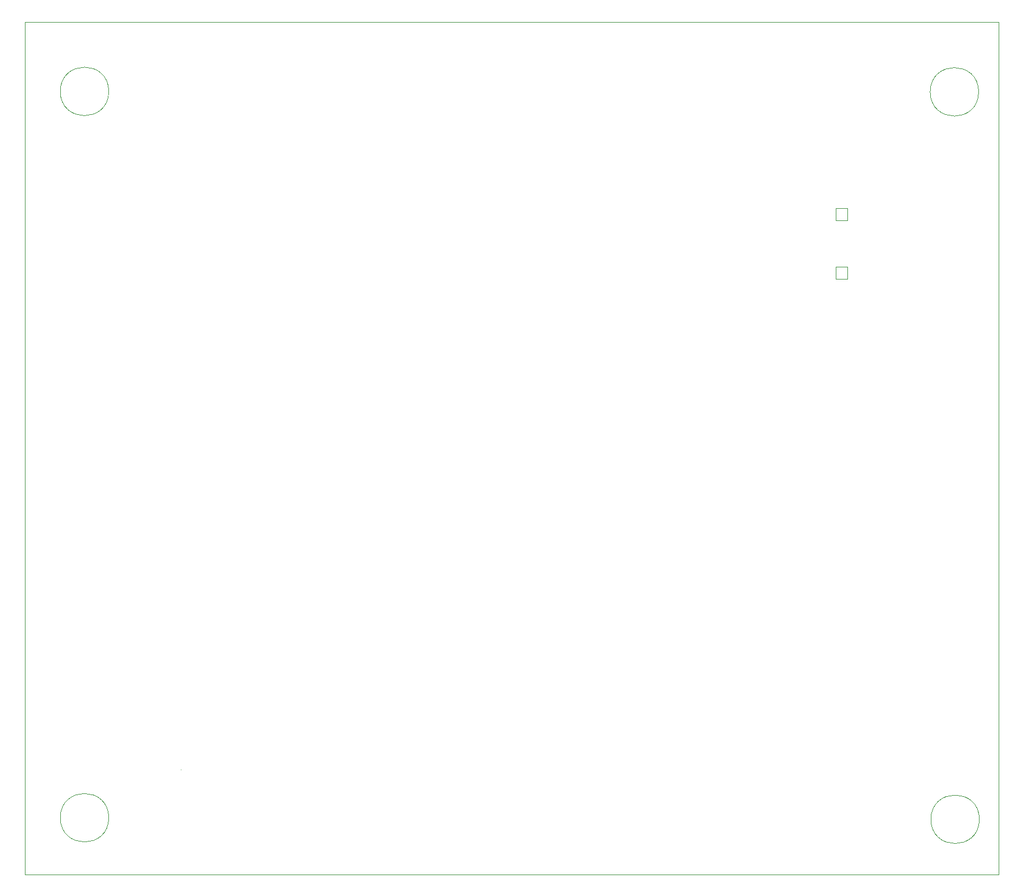
<source format=gbr>
%TF.GenerationSoftware,KiCad,Pcbnew,(6.0.9-0)*%
%TF.CreationDate,2023-01-07T16:42:32-08:00*%
%TF.ProjectId,Pong,506f6e67-2e6b-4696-9361-645f70636258,rev?*%
%TF.SameCoordinates,Original*%
%TF.FileFunction,Profile,NP*%
%FSLAX46Y46*%
G04 Gerber Fmt 4.6, Leading zero omitted, Abs format (unit mm)*
G04 Created by KiCad (PCBNEW (6.0.9-0)) date 2023-01-07 16:42:32*
%MOMM*%
%LPD*%
G01*
G04 APERTURE LIST*
%TA.AperFunction,Profile*%
%ADD10C,0.100000*%
%TD*%
%TA.AperFunction,Profile*%
%ADD11C,0.010000*%
%TD*%
G04 APERTURE END LIST*
D10*
X167932346Y-38806908D02*
G75*
G03*
X167932346Y-38806908I-3539822J0D01*
G01*
X168036364Y-145009253D02*
G75*
G03*
X168036364Y-145009253I-3539822J0D01*
G01*
X28582500Y-28582500D02*
X170822500Y-28582500D01*
X170822500Y-28582500D02*
X170822500Y-153042500D01*
X170822500Y-153042500D02*
X28582500Y-153042500D01*
X28582500Y-153042500D02*
X28582500Y-28582500D01*
X40862322Y-38742500D02*
G75*
G03*
X40862322Y-38742500I-3539822J0D01*
G01*
X51442501Y-137802500D02*
G75*
G03*
X51442501Y-137802500I-1J0D01*
G01*
X40862322Y-144780000D02*
G75*
G03*
X40862322Y-144780000I-3539822J0D01*
G01*
D11*
%TO.C,J3*%
X148780000Y-64310000D02*
X147080000Y-64310000D01*
X147080000Y-55810000D02*
X147080000Y-57610000D01*
X147080000Y-66110000D02*
X148780000Y-66110000D01*
X147080000Y-57610000D02*
X148780000Y-57610000D01*
X148780000Y-57610000D02*
X148780000Y-55810000D01*
X147080000Y-64310000D02*
X147080000Y-66110000D01*
X148780000Y-55810000D02*
X147080000Y-55810000D01*
X148780000Y-66110000D02*
X148780000Y-64310000D01*
%TD*%
M02*

</source>
